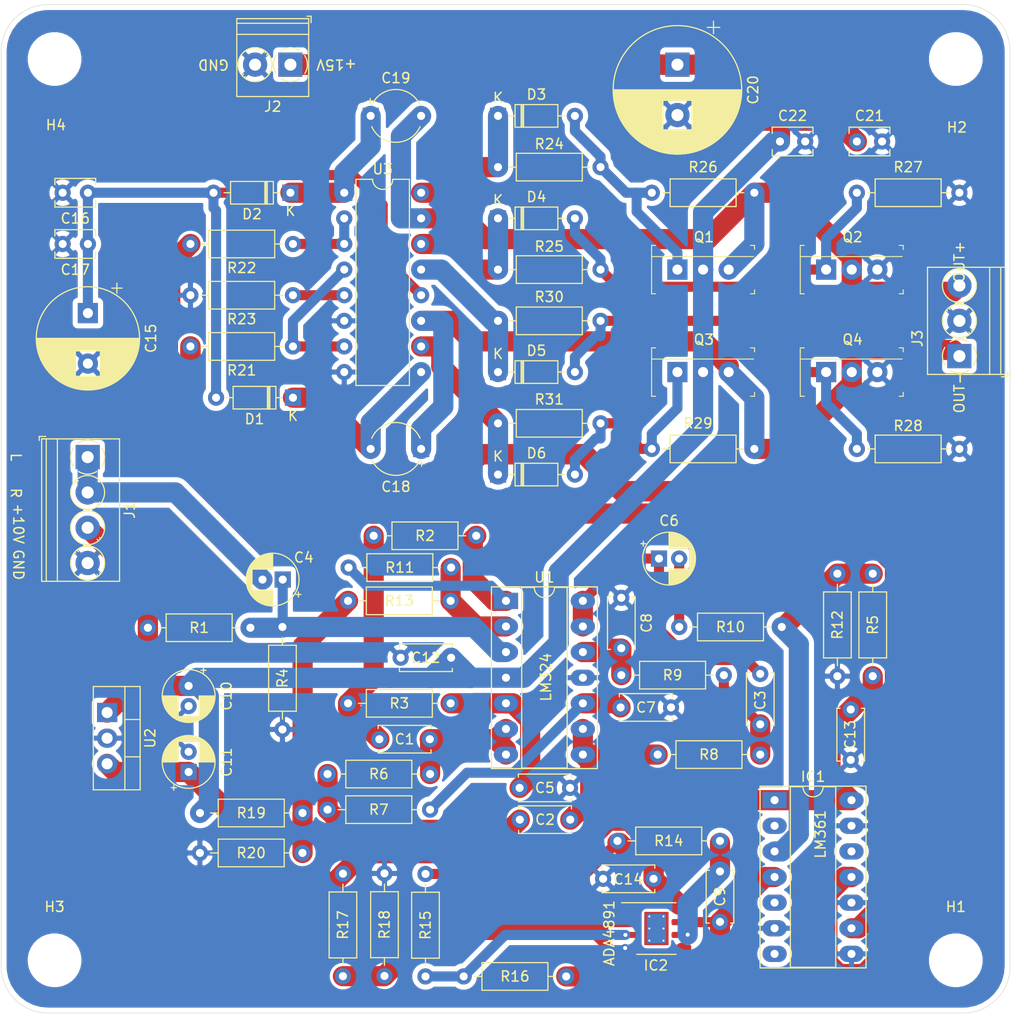
<source format=kicad_pcb>
(kicad_pcb (version 20171130) (host pcbnew "(5.1.10-1-10_14)")
  (layers (0 F.Cu signal) (31 B.Cu signal) (34 B.Paste user) (35 F.Paste user) (36 B.SilkS user) (37 F.SilkS user) (38 B.Mask user) (39 F.Mask user) (44 Edge.Cuts user))
  (net 0 "")
  (net 1 Input)
  (net 2 "Net-(C1-Pad1)")
  (net 3 GND)
  (net 4 Vcc)
  (net 5 +5V)
  (net 6 "Net-(C4-Pad1)")
  (net 7 "Net-(C5-Pad1)")
  (net 8 "Net-(C7-Pad2)")
  (net 9 "Net-(C8-Pad2)")
  (net 10 "Net-(C18-Pad2)")
  (net 11 "Net-(C19-Pad1)")
  (net 12 "Net-(D3-Pad2)")
  (net 13 "/Power stage/BHO")
  (net 14 "Net-(D4-Pad2)")
  (net 15 "/Power stage/BLO")
  (net 16 "Net-(D5-Pad2)")
  (net 17 "/Power stage/ALO")
  (net 18 "Net-(D6-Pad2)")
  (net 19 "/Power stage/AHO")
  (net 20 Vref)
  (net 21 filterOut)
  (net 22 Bias)
  (net 23 "Net-(R21-Pad1)")
  (net 24 "Net-(R22-Pad1)")
  (net 25 "Net-(R23-Pad1)")
  (net 26 OUT-)
  (net 27 OUT+)
  (net 28 +10V)
  (net 29 "Net-(C1-Pad2)")
  (net 30 "Net-(C2-Pad2)")
  (net 31 "Net-(C3-Pad1)")
  (net 32 "Net-(C3-Pad2)")
  (net 33 "Net-(C9-Pad1)")
  (net 34 "Net-(C9-Pad2)")
  (net 35 "Net-(IC2-Pad1)")
  (net 36 PWM+)
  (net 37 PWM-)
  (net 38 "Net-(C2-Pad1)")
  (net 39 "Net-(C6-Pad2)")
  (net 40 "Net-(IC1-Pad2)")
  (net 41 "Net-(IC1-Pad5)")
  (net 42 "Net-(IC1-Pad12)")
  (net 43 "Net-(IC1-Pad7)")
  (net 44 "Net-(IC2-Pad3)")
  (net 45 "Net-(R11-Pad1)")
  (net 46 "Net-(R11-Pad2)")
  (module TerminalBlock_Phoenix:TerminalBlock_Phoenix_PT-1,5-3-3.5-H_1x03_P3.50mm_Horizontal (layer F.Cu) (at 147.32 79.7 90)
    (fp_text reference J3 (at 1.75 -4.16 90) (layer F.SilkS))
    (fp_text value "Audio OUTPUT")
    (pad 3 thru_hole circle (at 7 0 90) (size 2.4 2.4) (drill 1.2) (layers *.Cu *.Mask) (net 27 OUT+))
    (pad 2 thru_hole circle (at 3.5 0 90) (size 2.4 2.4) (drill 1.2) (layers *.Cu *.Mask) (net 3 GND))
    (pad 1 thru_hole rect (at 0 0 90) (size 2.4 2.4) (drill 1.2) (layers *.Cu *.Mask) (net 26 OUT-))
  )
  (module Capacitor_THT:CP_Radial_D5.0mm_P2.00mm (layer F.Cu) (at 117.5512 99.7712)
    (fp_text reference C6 (at 1 -3.75) (layer F.SilkS))
    (fp_text value 100u)
    (pad 2 thru_hole circle (at 2 0) (size 1.6 1.6) (drill 0.8) (layers *.Cu *.Mask) (net 39 "Net-(C6-Pad2)"))
    (pad 1 thru_hole rect (at 0 0) (size 1.6 1.6) (drill 0.8) (layers *.Cu *.Mask) (net 31 "Net-(C3-Pad1)"))
  )
  (module Resistor_THT:R_Axial_DIN0207_L6.3mm_D2.5mm_P10.16mm_Horizontal (layer F.Cu) (at 119.5578 106.553)
    (fp_text reference R10 (at 5.08 0) (layer F.SilkS))
    (fp_text value 10k)
    (pad 2 thru_hole oval (at 10.16 0) (size 1.6 1.6) (drill 0.8) (layers *.Cu *.Mask) (net 21 filterOut))
    (pad 1 thru_hole circle (at 0 0) (size 1.6 1.6) (drill 0.8) (layers *.Cu *.Mask) (net 39 "Net-(C6-Pad2)"))
  )
  (module TerminalBlock_Phoenix:TerminalBlock_Phoenix_PT-1,5-4-3.5-H_1x04_P3.50mm_Horizontal (layer F.Cu) (at 60.9346 89.7128 270)
    (fp_text reference J1 (at 5.25 -4.16 90) (layer F.SilkS))
    (fp_text value Screw_Terminal_01x04)
    (pad 4 thru_hole circle (at 10.5 0 270) (size 2.4 2.4) (drill 1.2) (layers *.Cu *.Mask) (net 3 GND))
    (pad 3 thru_hole circle (at 7 0 270) (size 2.4 2.4) (drill 1.2) (layers *.Cu *.Mask) (net 4 Vcc))
    (pad 2 thru_hole circle (at 3.5 0 270) (size 2.4 2.4) (drill 1.2) (layers *.Cu *.Mask) (net 1 Input))
    (pad 1 thru_hole rect (at 0 0 270) (size 2.4 2.4) (drill 1.2) (layers *.Cu *.Mask) (net 1 Input))
  )
  (module Package_DIP:DIP-16_W7.62mm (layer F.Cu) (at 86.36 63.5)
    (fp_text reference U3 (at 3.81 -2.33) (layer F.SilkS))
    (fp_text value HIP4082IP)
    (pad 16 thru_hole oval (at 7.62 0) (size 1.6 1.6) (drill 0.8) (layers *.Cu *.Mask) (net 13 "/Power stage/BHO"))
    (pad 8 thru_hole oval (at 0 17.78) (size 1.6 1.6) (drill 0.8) (layers *.Cu *.Mask) (net 3 GND))
    (pad 15 thru_hole oval (at 7.62 2.54) (size 1.6 1.6) (drill 0.8) (layers *.Cu *.Mask) (net 27 OUT+))
    (pad 7 thru_hole oval (at 0 15.24) (size 1.6 1.6) (drill 0.8) (layers *.Cu *.Mask) (net 23 "Net-(R21-Pad1)"))
    (pad 14 thru_hole oval (at 7.62 5.08) (size 1.6 1.6) (drill 0.8) (layers *.Cu *.Mask) (net 15 "/Power stage/BLO"))
    (pad 6 thru_hole oval (at 0 12.7) (size 1.6 1.6) (drill 0.8) (layers *.Cu *.Mask) (net 3 GND))
    (pad 13 thru_hole oval (at 7.62 7.62) (size 1.6 1.6) (drill 0.8) (layers *.Cu *.Mask) (net 17 "/Power stage/ALO"))
    (pad 5 thru_hole oval (at 0 10.16) (size 1.6 1.6) (drill 0.8) (layers *.Cu *.Mask) (net 25 "Net-(R23-Pad1)"))
    (pad 12 thru_hole oval (at 7.62 10.16) (size 1.6 1.6) (drill 0.8) (layers *.Cu *.Mask) (net 28 +10V))
    (pad 4 thru_hole oval (at 0 7.62) (size 1.6 1.6) (drill 0.8) (layers *.Cu *.Mask) (net 23 "Net-(R21-Pad1)"))
    (pad 11 thru_hole oval (at 7.62 12.7) (size 1.6 1.6) (drill 0.8) (layers *.Cu *.Mask) (net 26 OUT-))
    (pad 3 thru_hole oval (at 0 5.08) (size 1.6 1.6) (drill 0.8) (layers *.Cu *.Mask) (net 24 "Net-(R22-Pad1)"))
    (pad 10 thru_hole oval (at 7.62 15.24) (size 1.6 1.6) (drill 0.8) (layers *.Cu *.Mask) (net 19 "/Power stage/AHO"))
    (pad 2 thru_hole oval (at 0 2.54) (size 1.6 1.6) (drill 0.8) (layers *.Cu *.Mask) (net 24 "Net-(R22-Pad1)"))
    (pad 9 thru_hole oval (at 7.62 17.78) (size 1.6 1.6) (drill 0.8) (layers *.Cu *.Mask) (net 10 "Net-(C18-Pad2)"))
    (pad 1 thru_hole rect (at 0 0) (size 1.6 1.6) (drill 0.8) (layers *.Cu *.Mask) (net 11 "Net-(C19-Pad1)"))
  )
  (module Resistor_THT:R_Axial_DIN0207_L6.3mm_D2.5mm_P10.16mm_Horizontal (layer F.Cu) (at 101.6 86.36)
    (fp_text reference R31 (at 5.08 -2.37) (layer F.SilkS))
    (fp_text value CFR-25JR-52-100R)
    (pad 2 thru_hole oval (at 10.16 0) (size 1.6 1.6) (drill 0.8) (layers *.Cu *.Mask) (net 18 "Net-(D6-Pad2)"))
    (pad 1 thru_hole circle (at 0 0) (size 1.6 1.6) (drill 0.8) (layers *.Cu *.Mask) (net 19 "/Power stage/AHO"))
  )
  (module Resistor_THT:R_Axial_DIN0207_L6.3mm_D2.5mm_P10.16mm_Horizontal (layer F.Cu) (at 101.6 76.2)
    (fp_text reference R30 (at 5.08 -2.37) (layer F.SilkS))
    (fp_text value CFR-25JR-52-100R)
    (pad 2 thru_hole oval (at 10.16 0) (size 1.6 1.6) (drill 0.8) (layers *.Cu *.Mask) (net 16 "Net-(D5-Pad2)"))
    (pad 1 thru_hole circle (at 0 0) (size 1.6 1.6) (drill 0.8) (layers *.Cu *.Mask) (net 17 "/Power stage/ALO"))
  )
  (module Resistor_THT:R_Axial_DIN0207_L6.3mm_D2.5mm_P10.16mm_Horizontal (layer F.Cu) (at 127 88.9 180)
    (fp_text reference R29 (at 5.588 2.54) (layer F.SilkS))
    (fp_text value CFR50SJT-52-10K)
    (pad 2 thru_hole oval (at 10.16 0 180) (size 1.6 1.6) (drill 0.8) (layers *.Cu *.Mask) (net 18 "Net-(D6-Pad2)"))
    (pad 1 thru_hole circle (at 0 0 180) (size 1.6 1.6) (drill 0.8) (layers *.Cu *.Mask) (net 26 OUT-))
  )
  (module Resistor_THT:R_Axial_DIN0207_L6.3mm_D2.5mm_P10.16mm_Horizontal (layer F.Cu) (at 147.32 88.9 180)
    (fp_text reference R28 (at 5.08 2.286) (layer F.SilkS))
    (fp_text value CFR50SJT-52-10K)
    (pad 2 thru_hole oval (at 10.16 0 180) (size 1.6 1.6) (drill 0.8) (layers *.Cu *.Mask) (net 16 "Net-(D5-Pad2)"))
    (pad 1 thru_hole circle (at 0 0 180) (size 1.6 1.6) (drill 0.8) (layers *.Cu *.Mask) (net 3 GND))
  )
  (module Resistor_THT:R_Axial_DIN0207_L6.3mm_D2.5mm_P10.16mm_Horizontal (layer F.Cu) (at 147.32 63.5 180)
    (fp_text reference R27 (at 5.08 2.54) (layer F.SilkS))
    (fp_text value CFR50SJT-52-10K)
    (pad 2 thru_hole oval (at 10.16 0 180) (size 1.6 1.6) (drill 0.8) (layers *.Cu *.Mask) (net 14 "Net-(D4-Pad2)"))
    (pad 1 thru_hole circle (at 0 0 180) (size 1.6 1.6) (drill 0.8) (layers *.Cu *.Mask) (net 3 GND))
  )
  (module Resistor_THT:R_Axial_DIN0207_L6.3mm_D2.5mm_P10.16mm_Horizontal (layer F.Cu) (at 127 63.5 180)
    (fp_text reference R26 (at 5.08 2.54) (layer F.SilkS))
    (fp_text value CFR50SJT-52-10K)
    (pad 2 thru_hole oval (at 10.16 0 180) (size 1.6 1.6) (drill 0.8) (layers *.Cu *.Mask) (net 12 "Net-(D3-Pad2)"))
    (pad 1 thru_hole circle (at 0 0 180) (size 1.6 1.6) (drill 0.8) (layers *.Cu *.Mask) (net 27 OUT+))
  )
  (module Resistor_THT:R_Axial_DIN0207_L6.3mm_D2.5mm_P10.16mm_Horizontal (layer F.Cu) (at 111.76 71.12 180)
    (fp_text reference R25 (at 5.08 2.286) (layer F.SilkS))
    (fp_text value CFR-25JR-52-100R)
    (pad 2 thru_hole oval (at 10.16 0 180) (size 1.6 1.6) (drill 0.8) (layers *.Cu *.Mask) (net 15 "/Power stage/BLO"))
    (pad 1 thru_hole circle (at 0 0 180) (size 1.6 1.6) (drill 0.8) (layers *.Cu *.Mask) (net 14 "Net-(D4-Pad2)"))
  )
  (module Resistor_THT:R_Axial_DIN0207_L6.3mm_D2.5mm_P10.16mm_Horizontal (layer F.Cu) (at 111.76 60.96 180)
    (fp_text reference R24 (at 5.08 2.286) (layer F.SilkS))
    (fp_text value CFR-25JR-52-100R)
    (pad 2 thru_hole oval (at 10.16 0 180) (size 1.6 1.6) (drill 0.8) (layers *.Cu *.Mask) (net 13 "/Power stage/BHO"))
    (pad 1 thru_hole circle (at 0 0 180) (size 1.6 1.6) (drill 0.8) (layers *.Cu *.Mask) (net 12 "Net-(D3-Pad2)"))
  )
  (module Resistor_THT:R_Axial_DIN0207_L6.3mm_D2.5mm_P10.16mm_Horizontal (layer F.Cu) (at 81.28 73.66 180)
    (fp_text reference R23 (at 5.08 -2.37) (layer F.SilkS))
    (fp_text value MFP-25BRD52-1K)
    (pad 2 thru_hole oval (at 10.16 0 180) (size 1.6 1.6) (drill 0.8) (layers *.Cu *.Mask) (net 3 GND))
    (pad 1 thru_hole circle (at 0 0 180) (size 1.6 1.6) (drill 0.8) (layers *.Cu *.Mask) (net 25 "Net-(R23-Pad1)"))
  )
  (module Resistor_THT:R_Axial_DIN0207_L6.3mm_D2.5mm_P10.16mm_Horizontal (layer F.Cu) (at 81.28 68.58 180)
    (fp_text reference R22 (at 5.08 -2.37) (layer F.SilkS))
    (fp_text value CFR-25JB-52-470R)
    (pad 2 thru_hole oval (at 10.16 0 180) (size 1.6 1.6) (drill 0.8) (layers *.Cu *.Mask) (net 37 PWM-))
    (pad 1 thru_hole circle (at 0 0 180) (size 1.6 1.6) (drill 0.8) (layers *.Cu *.Mask) (net 24 "Net-(R22-Pad1)"))
  )
  (module Resistor_THT:R_Axial_DIN0207_L6.3mm_D2.5mm_P10.16mm_Horizontal (layer F.Cu) (at 81.28 78.74 180)
    (fp_text reference R21 (at 5.08 -2.37) (layer F.SilkS))
    (fp_text value CFR-25JB-52-470R)
    (pad 2 thru_hole oval (at 10.16 0 180) (size 1.6 1.6) (drill 0.8) (layers *.Cu *.Mask) (net 36 PWM+))
    (pad 1 thru_hole circle (at 0 0 180) (size 1.6 1.6) (drill 0.8) (layers *.Cu *.Mask) (net 23 "Net-(R21-Pad1)"))
  )
  (module digikey-footprints:TO-220-3 (layer F.Cu) (at 134.112 81.28)
    (fp_text reference Q4 (at 2.62 -3.22) (layer F.SilkS))
    (fp_text value IRF530A)
    (pad 3 thru_hole circle (at 5.08 0) (size 2 2) (drill 1) (layers *.Cu *.Mask) (net 3 GND))
    (pad 2 thru_hole circle (at 2.54 0) (size 2 2) (drill 1) (layers *.Cu *.Mask) (net 26 OUT-))
    (pad 1 thru_hole rect (at 0 0) (size 2 2) (drill 1) (layers *.Cu *.Mask) (net 16 "Net-(D5-Pad2)"))
  )
  (module digikey-footprints:TO-220-3 (layer F.Cu) (at 119.38 81.28)
    (fp_text reference Q3 (at 2.62 -3.22) (layer F.SilkS))
    (fp_text value IRF530A)
    (pad 3 thru_hole circle (at 5.08 0) (size 2 2) (drill 1) (layers *.Cu *.Mask) (net 26 OUT-))
    (pad 2 thru_hole circle (at 2.54 0) (size 2 2) (drill 1) (layers *.Cu *.Mask) (net 4 Vcc))
    (pad 1 thru_hole rect (at 0 0) (size 2 2) (drill 1) (layers *.Cu *.Mask) (net 18 "Net-(D6-Pad2)"))
  )
  (module digikey-footprints:TO-220-3 (layer F.Cu) (at 134.112 71.12)
    (fp_text reference Q2 (at 2.62 -3.22) (layer F.SilkS))
    (fp_text value IRF530A)
    (pad 3 thru_hole circle (at 5.08 0) (size 2 2) (drill 1) (layers *.Cu *.Mask) (net 3 GND))
    (pad 2 thru_hole circle (at 2.54 0) (size 2 2) (drill 1) (layers *.Cu *.Mask) (net 27 OUT+))
    (pad 1 thru_hole rect (at 0 0) (size 2 2) (drill 1) (layers *.Cu *.Mask) (net 14 "Net-(D4-Pad2)"))
  )
  (module digikey-footprints:TO-220-3 (layer F.Cu) (at 119.38 71.12)
    (fp_text reference Q1 (at 2.62 -3.22) (layer F.SilkS))
    (fp_text value IRF530A)
    (pad 3 thru_hole circle (at 5.08 0) (size 2 2) (drill 1) (layers *.Cu *.Mask) (net 27 OUT+))
    (pad 2 thru_hole circle (at 2.54 0) (size 2 2) (drill 1) (layers *.Cu *.Mask) (net 4 Vcc))
    (pad 1 thru_hole rect (at 0 0) (size 2 2) (drill 1) (layers *.Cu *.Mask) (net 12 "Net-(D3-Pad2)"))
  )
  (module TerminalBlock_Phoenix:TerminalBlock_Phoenix_PT-1,5-2-3.5-H_1x02_P3.50mm_Horizontal (layer F.Cu) (at 81.026 50.8 180)
    (fp_text reference J2 (at 1.75 -4.16) (layer F.SilkS))
    (fp_text value Amp_Power)
    (pad 2 thru_hole circle (at 3.5 0 180) (size 2.4 2.4) (drill 1.2) (layers *.Cu *.Mask) (net 3 GND))
    (pad 1 thru_hole rect (at 0 0 180) (size 2.4 2.4) (drill 1.2) (layers *.Cu *.Mask) (net 4 Vcc))
  )
  (module MountingHole:MountingHole_4.3mm_M4 (layer F.Cu) (at 57.658 50.2412)
    (fp_text reference H4 (at 0.127 6.5532) (layer F.SilkS))
    (fp_text value MountingHole)
    (pad 1 np_thru_hole circle (at 0 0) (size 4.3 4.3) (drill 4.3) (layers *.Cu *.Mask))
  )
  (module MountingHole:MountingHole_4.3mm_M4 (layer F.Cu) (at 57.658 139.5984)
    (fp_text reference H3 (at 0 -5.3) (layer F.SilkS))
    (fp_text value MountingHole)
    (pad 1 np_thru_hole circle (at 0 0) (size 4.3 4.3) (drill 4.3) (layers *.Cu *.Mask))
  )
  (module MountingHole:MountingHole_4.3mm_M4 (layer F.Cu) (at 146.9644 50.2412)
    (fp_text reference H2 (at 0.1016 6.7818) (layer F.SilkS))
    (fp_text value MountingHole)
    (pad 1 np_thru_hole circle (at 0 0) (size 4.3 4.3) (drill 4.3) (layers *.Cu *.Mask))
  )
  (module MountingHole:MountingHole_4.3mm_M4 (layer F.Cu) (at 146.9644 139.5984)
    (fp_text reference H1 (at 0 -5.3) (layer F.SilkS))
    (fp_text value MountingHole)
    (pad 1 np_thru_hole circle (at 0 0) (size 4.3 4.3) (drill 4.3) (layers *.Cu *.Mask))
  )
  (module Diode_THT:D_DO-35_SOD27_P7.62mm_Horizontal (layer F.Cu) (at 101.6 91.44)
    (fp_text reference D6 (at 3.81 -2.12) (layer F.SilkS))
    (fp_text value 1N4148)
    (fp_text user K (at 0 -1.8) (layer F.SilkS))
    (pad 2 thru_hole oval (at 7.62 0) (size 1.6 1.6) (drill 0.8) (layers *.Cu *.Mask) (net 18 "Net-(D6-Pad2)"))
    (pad 1 thru_hole rect (at 0 0) (size 1.6 1.6) (drill 0.8) (layers *.Cu *.Mask) (net 19 "/Power stage/AHO"))
  )
  (module Diode_THT:D_DO-35_SOD27_P7.62mm_Horizontal (layer F.Cu) (at 101.6 81.28)
    (fp_text reference D5 (at 3.81 -2.12) (layer F.SilkS))
    (fp_text value 1N4148)
    (fp_text user K (at 0 -1.8) (layer F.SilkS))
    (pad 2 thru_hole oval (at 7.62 0) (size 1.6 1.6) (drill 0.8) (layers *.Cu *.Mask) (net 16 "Net-(D5-Pad2)"))
    (pad 1 thru_hole rect (at 0 0) (size 1.6 1.6) (drill 0.8) (layers *.Cu *.Mask) (net 17 "/Power stage/ALO"))
  )
  (module Diode_THT:D_DO-35_SOD27_P7.62mm_Horizontal (layer F.Cu) (at 101.6 66.04)
    (fp_text reference D4 (at 3.81 -2.12) (layer F.SilkS))
    (fp_text value 1N4148)
    (fp_text user K (at 0 -1.8) (layer F.SilkS))
    (pad 2 thru_hole oval (at 7.62 0) (size 1.6 1.6) (drill 0.8) (layers *.Cu *.Mask) (net 14 "Net-(D4-Pad2)"))
    (pad 1 thru_hole rect (at 0 0) (size 1.6 1.6) (drill 0.8) (layers *.Cu *.Mask) (net 15 "/Power stage/BLO"))
  )
  (module Diode_THT:D_DO-35_SOD27_P7.62mm_Horizontal (layer F.Cu) (at 101.6 55.88)
    (fp_text reference D3 (at 3.81 -2.12) (layer F.SilkS))
    (fp_text value 1N4148)
    (fp_text user K (at 0 -1.8) (layer F.SilkS))
    (pad 2 thru_hole oval (at 7.62 0) (size 1.6 1.6) (drill 0.8) (layers *.Cu *.Mask) (net 12 "Net-(D3-Pad2)"))
    (pad 1 thru_hole rect (at 0 0) (size 1.6 1.6) (drill 0.8) (layers *.Cu *.Mask) (net 13 "/Power stage/BHO"))
  )
  (module Diode_THT:D_DO-35_SOD27_P7.62mm_Horizontal (layer F.Cu) (at 81.026 63.5 180)
    (fp_text reference D2 (at 3.81 -2.12) (layer F.SilkS))
    (fp_text value 1N4148)
    (fp_text user K (at 0 -1.8) (layer F.SilkS))
    (pad 2 thru_hole oval (at 7.62 0 180) (size 1.6 1.6) (drill 0.8) (layers *.Cu *.Mask) (net 28 +10V))
    (pad 1 thru_hole rect (at 0 0 180) (size 1.6 1.6) (drill 0.8) (layers *.Cu *.Mask) (net 11 "Net-(C19-Pad1)"))
  )
  (module Diode_THT:D_DO-35_SOD27_P7.62mm_Horizontal (layer F.Cu) (at 81.28 83.82 180)
    (fp_text reference D1 (at 3.81 -2.12) (layer F.SilkS))
    (fp_text value 1N4148)
    (fp_text user K (at 0 -1.8) (layer F.SilkS))
    (pad 2 thru_hole oval (at 7.62 0 180) (size 1.6 1.6) (drill 0.8) (layers *.Cu *.Mask) (net 28 +10V))
    (pad 1 thru_hole rect (at 0 0 180) (size 1.6 1.6) (drill 0.8) (layers *.Cu *.Mask) (net 10 "Net-(C18-Pad2)"))
  )
  (module Capacitor_THT:C_Disc_D3.8mm_W2.6mm_P2.50mm (layer F.Cu) (at 129.54 58.42)
    (fp_text reference C22 (at 1.25 -2.55) (layer F.SilkS))
    (fp_text value K104Z15Y5VE5TL2)
    (pad 2 thru_hole circle (at 2.5 0) (size 1.6 1.6) (drill 0.8) (layers *.Cu *.Mask) (net 3 GND))
    (pad 1 thru_hole circle (at 0 0) (size 1.6 1.6) (drill 0.8) (layers *.Cu *.Mask) (net 4 Vcc))
  )
  (module Capacitor_THT:C_Disc_D3.8mm_W2.6mm_P2.50mm (layer F.Cu) (at 137.16 58.42)
    (fp_text reference C21 (at 1.25 -2.55) (layer F.SilkS))
    (fp_text value C324C106K3R5TA)
    (pad 2 thru_hole circle (at 2.5 0) (size 1.6 1.6) (drill 0.8) (layers *.Cu *.Mask) (net 3 GND))
    (pad 1 thru_hole circle (at 0 0) (size 1.6 1.6) (drill 0.8) (layers *.Cu *.Mask) (net 4 Vcc))
  )
  (module Capacitor_THT:CP_Radial_D12.5mm_P5.00mm (layer F.Cu) (at 119.38 50.8 270)
    (fp_text reference C20 (at 2.5 -7.5 90) (layer F.SilkS))
    (fp_text value EEU-FC1H102L)
    (pad 2 thru_hole circle (at 5 0 270) (size 2.4 2.4) (drill 1.2) (layers *.Cu *.Mask) (net 3 GND))
    (pad 1 thru_hole rect (at 0 0 270) (size 2.4 2.4) (drill 1.2) (layers *.Cu *.Mask) (net 4 Vcc))
  )
  (module Capacitor_THT:CP_Radial_Tantal_D5.0mm_P5.00mm (layer F.Cu) (at 88.98 55.88)
    (fp_text reference C19 (at 2.5 -3.75) (layer F.SilkS))
    (fp_text value ECA-1EM100B)
    (pad 2 thru_hole circle (at 5 0) (size 1.6 1.6) (drill 0.8) (layers *.Cu *.Mask) (net 27 OUT+))
    (pad 1 thru_hole rect (at 0 0) (size 1.6 1.6) (drill 0.8) (layers *.Cu *.Mask) (net 11 "Net-(C19-Pad1)"))
  )
  (module Capacitor_THT:CP_Radial_Tantal_D5.0mm_P5.00mm (layer F.Cu) (at 93.98 88.9 180)
    (fp_text reference C18 (at 2.5 -3.75) (layer F.SilkS))
    (fp_text value ECA-1EM100B)
    (pad 2 thru_hole circle (at 5 0 180) (size 1.6 1.6) (drill 0.8) (layers *.Cu *.Mask) (net 10 "Net-(C18-Pad2)"))
    (pad 1 thru_hole rect (at 0 0 180) (size 1.6 1.6) (drill 0.8) (layers *.Cu *.Mask) (net 26 OUT-))
  )
  (module Capacitor_THT:C_Disc_D3.8mm_W2.6mm_P2.50mm (layer F.Cu) (at 60.96 68.58 180)
    (fp_text reference C17 (at 1.25 -2.55) (layer F.SilkS))
    (fp_text value K104Z15Y5VE5TL2)
    (pad 2 thru_hole circle (at 2.5 0 180) (size 1.6 1.6) (drill 0.8) (layers *.Cu *.Mask) (net 3 GND))
    (pad 1 thru_hole circle (at 0 0 180) (size 1.6 1.6) (drill 0.8) (layers *.Cu *.Mask) (net 28 +10V))
  )
  (module Capacitor_THT:C_Disc_D3.8mm_W2.6mm_P2.50mm (layer F.Cu) (at 60.96 63.5 180)
    (fp_text reference C16 (at 1.25 -2.55) (layer F.SilkS))
    (fp_text value C324C106K3R5TA)
    (pad 2 thru_hole circle (at 2.5 0 180) (size 1.6 1.6) (drill 0.8) (layers *.Cu *.Mask) (net 3 GND))
    (pad 1 thru_hole circle (at 0 0 180) (size 1.6 1.6) (drill 0.8) (layers *.Cu *.Mask) (net 28 +10V))
  )
  (module Capacitor_THT:CP_Radial_D10.0mm_P5.00mm (layer F.Cu) (at 60.96 75.438 270)
    (fp_text reference C15 (at 2.5 -6.25 90) (layer F.SilkS))
    (fp_text value ECE-A1HN101U)
    (pad 2 thru_hole circle (at 5 0 270) (size 2 2) (drill 1) (layers *.Cu *.Mask) (net 3 GND))
    (pad 1 thru_hole rect (at 0 0 270) (size 2 2) (drill 1) (layers *.Cu *.Mask) (net 28 +10V))
  )
  (module Capacitor_THT:CP_Radial_D5.0mm_P2.00mm (layer F.Cu) (at 70.9422 112.395 270)
    (fp_text reference C10 (at 1 -3.75 90) (layer F.SilkS))
    (fp_text value 10u)
    (pad 1 thru_hole rect (at 0 0 270) (size 1.6 1.6) (drill 0.8) (layers *.Cu *.Mask) (net 4 Vcc))
    (pad 2 thru_hole circle (at 2 0 270) (size 1.6 1.6) (drill 0.8) (layers *.Cu *.Mask) (net 3 GND))
  )
  (module Capacitor_THT:CP_Radial_D5.0mm_P2.00mm (layer F.Cu) (at 70.9422 120.9294 90)
    (fp_text reference C11 (at 0.9652 3.7592 90) (layer F.SilkS))
    (fp_text value 10u)
    (pad 2 thru_hole circle (at 2 0 90) (size 1.6 1.6) (drill 0.8) (layers *.Cu *.Mask) (net 3 GND))
    (pad 1 thru_hole rect (at 0 0 90) (size 1.6 1.6) (drill 0.8) (layers *.Cu *.Mask) (net 5 +5V))
  )
  (module Resistor_THT:R_Axial_DIN0207_L6.3mm_D2.5mm_P10.16mm_Horizontal (layer F.Cu) (at 89.281 97.5106)
    (fp_text reference R2 (at 5.08 0) (layer F.SilkS))
    (fp_text value 1.2k)
    (pad 2 thru_hole oval (at 10.16 0) (size 1.6 1.6) (drill 0.8) (layers *.Cu *.Mask) (net 45 "Net-(R11-Pad1)"))
    (pad 1 thru_hole circle (at 0 0) (size 1.6 1.6) (drill 0.8) (layers *.Cu *.Mask) (net 29 "Net-(C1-Pad2)"))
  )
  (module Resistor_THT:R_Axial_DIN0207_L6.3mm_D2.5mm_P10.16mm_Horizontal (layer F.Cu) (at 86.7918 100.6602)
    (fp_text reference R11 (at 5.08 0) (layer F.SilkS))
    (fp_text value 5.6k)
    (pad 2 thru_hole oval (at 10.16 0) (size 1.6 1.6) (drill 0.8) (layers *.Cu *.Mask) (net 46 "Net-(R11-Pad2)"))
    (pad 1 thru_hole circle (at 0 0) (size 1.6 1.6) (drill 0.8) (layers *.Cu *.Mask) (net 45 "Net-(R11-Pad1)"))
  )
  (module Resistor_THT:R_Axial_DIN0207_L6.3mm_D2.5mm_P10.16mm_Horizontal (layer F.Cu) (at 86.741 103.9622)
    (fp_text reference R13 (at 5.08 0) (layer F.SilkS))
    (fp_text value 1.2k)
    (pad 1 thru_hole circle (at 0 0) (size 1.6 1.6) (drill 0.8) (layers *.Cu *.Mask) (net 22 Bias))
    (pad 2 thru_hole oval (at 10.16 0) (size 1.6 1.6) (drill 0.8) (layers *.Cu *.Mask) (net 46 "Net-(R11-Pad2)"))
  )
  (module Resistor_THT:R_Axial_DIN0207_L6.3mm_D2.5mm_P10.16mm_Horizontal (layer F.Cu) (at 113.8174 111.3282)
    (fp_text reference R9 (at 5.08 0) (layer F.SilkS))
    (fp_text value 18k)
    (pad 1 thru_hole circle (at 0 0) (size 1.6 1.6) (drill 0.8) (layers *.Cu *.Mask) (net 9 "Net-(C8-Pad2)"))
    (pad 2 thru_hole oval (at 10.16 0) (size 1.6 1.6) (drill 0.8) (layers *.Cu *.Mask) (net 32 "Net-(C3-Pad2)"))
  )
  (module Capacitor_THT:C_Disc_D5.0mm_W2.5mm_P5.00mm (layer F.Cu) (at 94.8398 117.6782 180)
    (fp_text reference C1 (at 2.5 0) (layer F.SilkS))
    (fp_text value 47n)
    (pad 2 thru_hole circle (at 5 0 180) (size 1.6 1.6) (drill 0.8) (layers *.Cu *.Mask) (net 29 "Net-(C1-Pad2)"))
    (pad 1 thru_hole circle (at 0 0 180) (size 1.6 1.6) (drill 0.8) (layers *.Cu *.Mask) (net 2 "Net-(C1-Pad1)"))
  )
  (module Capacitor_THT:C_Disc_D5.0mm_W2.5mm_P5.00mm (layer F.Cu) (at 103.759 125.6538)
    (fp_text reference C2 (at 2.5 0) (layer F.SilkS))
    (fp_text value 56n)
    (pad 1 thru_hole circle (at 0 0) (size 1.6 1.6) (drill 0.8) (layers *.Cu *.Mask) (net 38 "Net-(C2-Pad1)"))
    (pad 2 thru_hole circle (at 5 0) (size 1.6 1.6) (drill 0.8) (layers *.Cu *.Mask) (net 30 "Net-(C2-Pad2)"))
  )
  (module Capacitor_THT:C_Disc_D5.0mm_W2.5mm_P5.00mm (layer F.Cu) (at 127.5842 111.205 270)
    (fp_text reference C3 (at 2.6124 0 90) (layer F.SilkS))
    (fp_text value 56n)
    (pad 2 thru_hole circle (at 5 0 270) (size 1.6 1.6) (drill 0.8) (layers *.Cu *.Mask) (net 32 "Net-(C3-Pad2)"))
    (pad 1 thru_hole circle (at 0 0 270) (size 1.6 1.6) (drill 0.8) (layers *.Cu *.Mask) (net 31 "Net-(C3-Pad1)"))
  )
  (module Capacitor_THT:CP_Radial_D5.0mm_P2.00mm (layer F.Cu) (at 80.264 101.854 180)
    (fp_text reference C4 (at -2.0828 2.1844) (layer F.SilkS))
    (fp_text value 100u)
    (pad 1 thru_hole rect (at 0 0 180) (size 1.6 1.6) (drill 0.8) (layers *.Cu *.Mask) (net 6 "Net-(C4-Pad1)"))
    (pad 2 thru_hole circle (at 2 0 180) (size 1.6 1.6) (drill 0.8) (layers *.Cu *.Mask) (net 1 Input))
  )
  (module Capacitor_THT:C_Disc_D5.0mm_W2.5mm_P5.00mm (layer F.Cu) (at 103.7374 122.5042)
    (fp_text reference C5 (at 2.5 0) (layer F.SilkS))
    (fp_text value 4.7n)
    (pad 1 thru_hole circle (at 0 0) (size 1.6 1.6) (drill 0.8) (layers *.Cu *.Mask) (net 7 "Net-(C5-Pad1)"))
    (pad 2 thru_hole circle (at 5 0) (size 1.6 1.6) (drill 0.8) (layers *.Cu *.Mask) (net 3 GND))
  )
  (module Capacitor_THT:C_Disc_D5.0mm_W2.5mm_P5.00mm (layer F.Cu) (at 118.745 114.5286 180)
    (fp_text reference C7 (at 2.4892 0) (layer F.SilkS))
    (fp_text value 5.6n)
    (pad 2 thru_hole circle (at 5 0 180) (size 1.6 1.6) (drill 0.8) (layers *.Cu *.Mask) (net 8 "Net-(C7-Pad2)"))
    (pad 1 thru_hole circle (at 0 0 180) (size 1.6 1.6) (drill 0.8) (layers *.Cu *.Mask) (net 3 GND))
  )
  (module Capacitor_THT:C_Disc_D5.0mm_W2.5mm_P5.00mm (layer F.Cu) (at 113.8174 103.6574 270)
    (fp_text reference C8 (at 2.5 -2.5 90) (layer F.SilkS))
    (fp_text value 5.6n)
    (pad 1 thru_hole circle (at 0 0 270) (size 1.6 1.6) (drill 0.8) (layers *.Cu *.Mask) (net 3 GND))
    (pad 2 thru_hole circle (at 5 0 270) (size 1.6 1.6) (drill 0.8) (layers *.Cu *.Mask) (net 9 "Net-(C8-Pad2)"))
  )
  (module Capacitor_THT:C_Disc_D5.0mm_W2.5mm_P5.00mm (layer F.Cu) (at 123.5964 135.7884 90)
    (fp_text reference C9 (at 2.5 0 90) (layer F.SilkS))
    (fp_text value 4.7n)
    (pad 1 thru_hole circle (at 0 0 90) (size 1.6 1.6) (drill 0.8) (layers *.Cu *.Mask) (net 33 "Net-(C9-Pad1)"))
    (pad 2 thru_hole circle (at 5 0 90) (size 1.6 1.6) (drill 0.8) (layers *.Cu *.Mask) (net 34 "Net-(C9-Pad2)"))
  )
  (module Package_DIP:DIP-14_W7.62mm_Socket_LongPads (layer F.Cu) (at 129.0066 123.7234)
    (fp_text reference IC1 (at 3.81 -2.33) (layer F.SilkS))
    (fp_text value LM361N_NOPB)
    (pad 1 thru_hole rect (at 0 0) (size 2.4 1.6) (drill 0.8) (layers *.Cu *.Mask) (net 5 +5V))
    (pad 8 thru_hole oval (at 7.62 15.24) (size 2.4 1.6) (drill 0.8) (layers *.Cu *.Mask) (net 3 GND))
    (pad 2 thru_hole oval (at 0 2.54) (size 2.4 1.6) (drill 0.8) (layers *.Cu *.Mask) (net 40 "Net-(IC1-Pad2)"))
    (pad 9 thru_hole oval (at 7.62 12.7) (size 2.4 1.6) (drill 0.8) (layers *.Cu *.Mask) (net 37 PWM-))
    (pad 3 thru_hole oval (at 0 5.08) (size 2.4 1.6) (drill 0.8) (layers *.Cu *.Mask) (net 21 filterOut))
    (pad 10 thru_hole oval (at 7.62 10.16) (size 2.4 1.6) (drill 0.8) (layers *.Cu *.Mask) (net 3 GND))
    (pad 4 thru_hole oval (at 0 7.62) (size 2.4 1.6) (drill 0.8) (layers *.Cu *.Mask) (net 33 "Net-(C9-Pad1)"))
    (pad 11 thru_hole oval (at 7.62 7.62) (size 2.4 1.6) (drill 0.8) (layers *.Cu *.Mask) (net 36 PWM+))
    (pad 5 thru_hole oval (at 0 10.16) (size 2.4 1.6) (drill 0.8) (layers *.Cu *.Mask) (net 41 "Net-(IC1-Pad5)"))
    (pad 12 thru_hole oval (at 7.62 5.08) (size 2.4 1.6) (drill 0.8) (layers *.Cu *.Mask) (net 42 "Net-(IC1-Pad12)"))
    (pad 6 thru_hole oval (at 0 12.7) (size 2.4 1.6) (drill 0.8) (layers *.Cu *.Mask) (net 3 GND))
    (pad 13 thru_hole oval (at 7.62 2.54) (size 2.4 1.6) (drill 0.8) (layers *.Cu *.Mask) (net 3 GND))
    (pad 7 thru_hole oval (at 0 15.24) (size 2.4 1.6) (drill 0.8) (layers *.Cu *.Mask) (net 43 "Net-(IC1-Pad7)"))
    (pad 14 thru_hole oval (at 7.62 0) (size 2.4 1.6) (drill 0.8) (layers *.Cu *.Mask) (net 5 +5V))
  )
  (module Package_SO:SOIC-8-1EP_3.9x4.9mm_P1.27mm_EP2.41x3.3mm_ThermalVias (layer F.Cu) (at 117.2972 136.4488)
    (fp_text reference IC2 (at -0.0508 3.6576) (layer F.SilkS))
    (fp_text value ADA4891-2ARMZ-R7)
    (pad 1 smd roundrect (at -2.475 -1.905) (size 1.95 0.6) (layers F.Cu F.Paste F.Mask) (net 35 "Net-(IC2-Pad1)"))
    (pad 2 smd roundrect (at -2.475 -0.635) (size 1.95 0.6) (layers F.Cu F.Paste F.Mask) (net 20 Vref))
    (pad 3 smd roundrect (at -2.475 0.635) (size 1.95 0.6) (layers F.Cu F.Paste F.Mask) (net 44 "Net-(IC2-Pad3)"))
    (pad 4 smd roundrect (at -2.475 1.905) (size 1.95 0.6) (layers F.Cu F.Paste F.Mask) (net 3 GND))
    (pad 5 smd roundrect (at 2.475 1.905) (size 1.95 0.6) (layers F.Cu F.Paste F.Mask) (net 20 Vref))
    (pad 6 smd roundrect (at 2.475 0.635) (size 1.95 0.6) (layers F.Cu F.Paste F.Mask) (net 34 "Net-(C9-Pad2)"))
    (pad 7 smd roundrect (at 2.475 -0.635) (size 1.95 0.6) (layers F.Cu F.Paste F.Mask) (net 33 "Net-(C9-Pad1)"))
    (pad 8 smd roundrect (at 2.475 -1.905) (size 1.95 0.6) (layers F.Cu F.Paste F.Mask) (net 5 +5V))
    (pad 9 smd rect (at 0 0) (size 2.41 3.3) (layers F.Cu F.Mask))
    (pad 9 thru_hole circle (at -0.7 -1.2) (size 0.5 0.5) (drill 0.2) (layers *.Cu))
    (pad 9 thru_hole circle (at 0.7 -1.2) (size 0.5 0.5) (drill 0.2) (layers *.Cu))
    (pad 9 thru_hole circle (at -0.7 0) (size 0.5 0.5) (drill 0.2) (layers *.Cu))
    (pad 9 thru_hole circle (at 0.7 0) (size 0.5 0.5) (drill 0.2) (layers *.Cu))
    (pad 9 thru_hole circle (at -0.7 1.2) (size 0.5 0.5) (drill 0.2) (layers *.Cu))
    (pad 9 thru_hole circle (at 0.7 1.2) (size 0.5 0.5) (drill 0.2) (layers *.Cu))
    (pad 9 smd rect (at 0 0) (size 1.9 2.9) (layers B.Cu))
  )
  (module Resistor_THT:R_Axial_DIN0207_L6.3mm_D2.5mm_P10.16mm_Horizontal (layer F.Cu) (at 66.9036 106.6292)
    (fp_text reference R1 (at 5.08 0) (layer F.SilkS))
    (fp_text value 10k)
    (pad 2 thru_hole oval (at 10.16 0) (size 1.6 1.6) (drill 0.8) (layers *.Cu *.Mask) (net 6 "Net-(C4-Pad1)"))
    (pad 1 thru_hole circle (at 0 0) (size 1.6 1.6) (drill 0.8) (layers *.Cu *.Mask) (net 4 Vcc))
  )
  (module Resistor_THT:R_Axial_DIN0207_L6.3mm_D2.5mm_P10.16mm_Horizontal (layer F.Cu) (at 96.901 114.1222 180)
    (fp_text reference R3 (at 5.08 0) (layer F.SilkS))
    (fp_text value 8.2k)
    (pad 1 thru_hole circle (at 0 0 180) (size 1.6 1.6) (drill 0.8) (layers *.Cu *.Mask) (net 7 "Net-(C5-Pad1)"))
    (pad 2 thru_hole oval (at 10.16 0 180) (size 1.6 1.6) (drill 0.8) (layers *.Cu *.Mask) (net 29 "Net-(C1-Pad2)"))
  )
  (module Resistor_THT:R_Axial_DIN0207_L6.3mm_D2.5mm_P10.16mm_Horizontal (layer F.Cu) (at 80.2386 106.553 270)
    (fp_text reference R4 (at 5.08 0 90) (layer F.SilkS))
    (fp_text value 1k)
    (pad 1 thru_hole circle (at 0 0 270) (size 1.6 1.6) (drill 0.8) (layers *.Cu *.Mask) (net 6 "Net-(C4-Pad1)"))
    (pad 2 thru_hole oval (at 10.16 0 270) (size 1.6 1.6) (drill 0.8) (layers *.Cu *.Mask) (net 3 GND))
  )
  (module Resistor_THT:R_Axial_DIN0207_L6.3mm_D2.5mm_P10.16mm_Horizontal (layer F.Cu) (at 138.7348 111.4298 90)
    (fp_text reference R5 (at 5.08 0 90) (layer F.SilkS))
    (fp_text value 10k)
    (pad 2 thru_hole oval (at 10.16 0 90) (size 1.6 1.6) (drill 0.8) (layers *.Cu *.Mask) (net 21 filterOut))
    (pad 1 thru_hole circle (at 0 0 90) (size 1.6 1.6) (drill 0.8) (layers *.Cu *.Mask) (net 5 +5V))
  )
  (module Resistor_THT:R_Axial_DIN0207_L6.3mm_D2.5mm_P10.16mm_Horizontal (layer F.Cu) (at 84.709 121.1326)
    (fp_text reference R6 (at 5.08 0) (layer F.SilkS))
    (fp_text value 680)
    (pad 2 thru_hole oval (at 10.16 0) (size 1.6 1.6) (drill 0.8) (layers *.Cu *.Mask) (net 2 "Net-(C1-Pad1)"))
    (pad 1 thru_hole circle (at 0 0) (size 1.6 1.6) (drill 0.8) (layers *.Cu *.Mask) (net 38 "Net-(C2-Pad1)"))
  )
  (module Resistor_THT:R_Axial_DIN0207_L6.3mm_D2.5mm_P10.16mm_Horizontal (layer F.Cu) (at 94.869 124.6632 180)
    (fp_text reference R7 (at 5.08 0) (layer F.SilkS))
    (fp_text value 15k)
    (pad 1 thru_hole circle (at 0 0 180) (size 1.6 1.6) (drill 0.8) (layers *.Cu *.Mask) (net 8 "Net-(C7-Pad2)"))
    (pad 2 thru_hole oval (at 10.16 0 180) (size 1.6 1.6) (drill 0.8) (layers *.Cu *.Mask) (net 38 "Net-(C2-Pad1)"))
  )
  (module Resistor_THT:R_Axial_DIN0207_L6.3mm_D2.5mm_P10.16mm_Horizontal (layer F.Cu) (at 127.5842 119.2022 180)
    (fp_text reference R8 (at 5.08 0) (layer F.SilkS))
    (fp_text value 560)
    (pad 1 thru_hole circle (at 0 0 180) (size 1.6 1.6) (drill 0.8) (layers *.Cu *.Mask) (net 32 "Net-(C3-Pad2)"))
    (pad 2 thru_hole oval (at 10.16 0 180) (size 1.6 1.6) (drill 0.8) (layers *.Cu *.Mask) (net 30 "Net-(C2-Pad2)"))
  )
  (module Resistor_THT:R_Axial_DIN0207_L6.3mm_D2.5mm_P10.16mm_Horizontal (layer F.Cu) (at 135.2296 101.2698 270)
    (fp_text reference R12 (at 5.08 0 90) (layer F.SilkS))
    (fp_text value 10k)
    (pad 2 thru_hole oval (at 10.16 0 270) (size 1.6 1.6) (drill 0.8) (layers *.Cu *.Mask) (net 3 GND))
    (pad 1 thru_hole circle (at 0 0 270) (size 1.6 1.6) (drill 0.8) (layers *.Cu *.Mask) (net 21 filterOut))
  )
  (module Resistor_THT:R_Axial_DIN0207_L6.3mm_D2.5mm_P10.16mm_Horizontal (layer F.Cu) (at 123.5964 127.762 180)
    (fp_text reference R14 (at 5.08 0) (layer F.SilkS))
    (fp_text value 1k)
    (pad 1 thru_hole circle (at 0 0 180) (size 1.6 1.6) (drill 0.8) (layers *.Cu *.Mask) (net 34 "Net-(C9-Pad2)"))
    (pad 2 thru_hole oval (at 10.16 0 180) (size 1.6 1.6) (drill 0.8) (layers *.Cu *.Mask) (net 35 "Net-(IC2-Pad1)"))
  )
  (module Resistor_THT:R_Axial_DIN0207_L6.3mm_D2.5mm_P10.16mm_Horizontal (layer F.Cu) (at 94.4118 141.1986 90)
    (fp_text reference R15 (at 5.08 0 90) (layer F.SilkS))
    (fp_text value 10k)
    (pad 1 thru_hole circle (at 0 0 90) (size 1.6 1.6) (drill 0.8) (layers *.Cu *.Mask) (net 44 "Net-(IC2-Pad3)"))
    (pad 2 thru_hole oval (at 10.16 0 90) (size 1.6 1.6) (drill 0.8) (layers *.Cu *.Mask) (net 35 "Net-(IC2-Pad1)"))
  )
  (module Resistor_THT:R_Axial_DIN0207_L6.3mm_D2.5mm_P10.16mm_Horizontal (layer F.Cu) (at 108.3564 141.1986 180)
    (fp_text reference R16 (at 5.08 0) (layer F.SilkS))
    (fp_text value 8.2k)
    (pad 2 thru_hole oval (at 10.16 0 180) (size 1.6 1.6) (drill 0.8) (layers *.Cu *.Mask) (net 44 "Net-(IC2-Pad3)"))
    (pad 1 thru_hole circle (at 0 0 180) (size 1.6 1.6) (drill 0.8) (layers *.Cu *.Mask) (net 33 "Net-(C9-Pad1)"))
  )
  (module Resistor_THT:R_Axial_DIN0207_L6.3mm_D2.5mm_P10.16mm_Horizontal (layer F.Cu) (at 86.233 131.0132 270)
    (fp_text reference R17 (at 5.08 0 90) (layer F.SilkS))
    (fp_text value 10k)
    (pad 2 thru_hole oval (at 10.16 0 270) (size 1.6 1.6) (drill 0.8) (layers *.Cu *.Mask) (net 20 Vref))
    (pad 1 thru_hole circle (at 0 0 270) (size 1.6 1.6) (drill 0.8) (layers *.Cu *.Mask) (net 5 +5V))
  )
  (module Resistor_THT:R_Axial_DIN0207_L6.3mm_D2.5mm_P10.16mm_Horizontal (layer F.Cu) (at 90.3478 141.1478 90)
    (fp_text reference R18 (at 5.08 0 90) (layer F.SilkS))
    (fp_text value 10k)
    (pad 1 thru_hole circle (at 0 0 90) (size 1.6 1.6) (drill 0.8) (layers *.Cu *.Mask) (net 20 Vref))
    (pad 2 thru_hole oval (at 10.16 0 90) (size 1.6 1.6) (drill 0.8) (layers *.Cu *.Mask) (net 3 GND))
  )
  (module Package_DIP:DIP-14_W7.62mm_Socket_LongPads (layer F.Cu) (at 102.3874 103.9622)
    (fp_text reference U1 (at 3.81 -2.33) (layer F.SilkS))
    (fp_text value LM324)
    (pad 14 thru_hole oval (at 7.62 0) (size 2.4 1.6) (drill 0.8) (layers *.Cu *.Mask) (net 31 "Net-(C3-Pad1)"))
    (pad 7 thru_hole oval (at 0 15.24) (size 2.4 1.6) (drill 0.8) (layers *.Cu *.Mask) (net 2 "Net-(C1-Pad1)"))
    (pad 13 thru_hole oval (at 7.62 2.54) (size 2.4 1.6) (drill 0.8) (layers *.Cu *.Mask) (net 31 "Net-(C3-Pad1)"))
    (pad 6 thru_hole oval (at 0 12.7) (size 2.4 1.6) (drill 0.8) (layers *.Cu *.Mask) (net 2 "Net-(C1-Pad1)"))
    (pad 12 thru_hole oval (at 7.62 5.08) (size 2.4 1.6) (drill 0.8) (layers *.Cu *.Mask) (net 9 "Net-(C8-Pad2)"))
    (pad 5 thru_hole oval (at 0 10.16) (size 2.4 1.6) (drill 0.8) (layers *.Cu *.Mask) (net 7 "Net-(C5-Pad1)"))
    (pad 11 thru_hole oval (at 7.62 7.62) (size 2.4 1.6) (drill 0.8) (layers *.Cu *.Mask) (net 3 GND))
    (pad 4 thru_hole oval (at 0 7.62) (size 2.4 1.6) (drill 0.8) (layers *.Cu *.Mask) (net 4 Vcc))
    (pad 10 thru_hole oval (at 7.62 10.16) (size 2.4 1.6) (drill 0.8) (layers *.Cu *.Mask) (net 8 "Net-(C7-Pad2)"))
    (pad 3 thru_hole oval (at 0 5.08) (size 2.4 1.6) (drill 0.8) (layers *.Cu *.Mask) (net 6 "Net-(C4-Pad1)"))
    (pad 9 thru_hole oval (at 7.62 12.7) (size 2.4 1.6) (drill 0.8) (layers *.Cu *.Mask) (net 30 "Net-(C2-Pad2)"))
    (pad 2 thru_hole oval (at 0 2.54) (size 2.4 1.6) (drill 0.8) (layers *.Cu *.Mask) (net 46 "Net-(R11-Pad2)"))
    (pad 8 thru_hole oval (at 7.62 15.24) (size 2.4 1.6) (drill 0.8) (layers *.Cu *.Mask) (net 30 "Net-(C2-Pad2)"))
    (pad 1 thru_hole rect (at 0 0) (size 2.4 1.6) (drill 0.8) (layers *.Cu *.Mask) (net 45 "Net-(R11-Pad1)"))
  )
  (module Package_TO_SOT_THT:TO-220-3_Vertical (layer F.Cu) (at 62.865 115.0366 270)
    (fp_text reference U2 (at 2.54 -4.27 90) (layer F.SilkS))
    (fp_text value LM7805_TO220)
    (pad 1 thru_hole rect (at 0 0 270) (size 1.905 2) (drill 1.1) (layers *.Cu *.Mask) (net 4 Vcc))
    (pad 2 thru_hole oval (at 2.54 0 270) (size 1.905 2) (drill 1.1) (layers *.Cu *.Mask) (net 3 GND))
    (pad 3 thru_hole oval (at 5.08 0 270) (size 1.905 2) (drill 1.1) (layers *.Cu *.Mask) (net 5 +5V))
  )
  (module Resistor_THT:R_Axial_DIN0207_L6.3mm_D2.5mm_P10.16mm_Horizontal (layer F.Cu) (at 72.068001 124.994401)
    (fp_text reference R19 (at 5.08 -0.001001) (layer F.SilkS))
    (fp_text value 10k)
    (pad 2 thru_hole oval (at 10.16 0) (size 1.6 1.6) (drill 0.8) (layers *.Cu *.Mask) (net 22 Bias))
    (pad 1 thru_hole circle (at 0 0) (size 1.6 1.6) (drill 0.8) (layers *.Cu *.Mask) (net 4 Vcc))
  )
  (module Resistor_THT:R_Axial_DIN0207_L6.3mm_D2.5mm_P10.16mm_Horizontal (layer F.Cu) (at 82.2198 128.9558 180)
    (fp_text reference R20 (at 5.08 0) (layer F.SilkS))
    (fp_text value 1k)
    (pad 1 thru_hole circle (at 0 0 180) (size 1.6 1.6) (drill 0.8) (layers *.Cu *.Mask) (net 22 Bias))
    (pad 2 thru_hole oval (at 10.16 0 180) (size 1.6 1.6) (drill 0.8) (layers *.Cu *.Mask) (net 3 GND))
  )
  (module Capacitor_THT:C_Disc_D5.0mm_W2.5mm_P5.00mm (layer F.Cu) (at 96.9518 109.601 180)
    (fp_text reference C12 (at 2.5 0) (layer F.SilkS))
    (fp_text value 100nF)
    (pad 1 thru_hole circle (at 0 0 180) (size 1.6 1.6) (drill 0.8) (layers *.Cu *.Mask) (net 4 Vcc))
    (pad 2 thru_hole circle (at 5 0 180) (size 1.6 1.6) (drill 0.8) (layers *.Cu *.Mask) (net 3 GND))
  )
  (module Capacitor_THT:C_Disc_D5.0mm_W2.5mm_P5.00mm (layer F.Cu) (at 136.5504 114.7318 270)
    (fp_text reference C13 (at 2.4892 0.0508 90) (layer F.SilkS))
    (fp_text value 100nF)
    (pad 2 thru_hole circle (at 5 0 270) (size 1.6 1.6) (drill 0.8) (layers *.Cu *.Mask) (net 3 GND))
    (pad 1 thru_hole circle (at 0 0 270) (size 1.6 1.6) (drill 0.8) (layers *.Cu *.Mask) (net 5 +5V))
  )
  (module Capacitor_THT:C_Disc_D5.0mm_W2.5mm_P5.00mm (layer F.Cu) (at 117.014 131.5212 180)
    (fp_text reference C14 (at 2.5108 -0.0508) (layer F.SilkS))
    (fp_text value 100nF)
    (pad 1 thru_hole circle (at 0 0 180) (size 1.6 1.6) (drill 0.8) (layers *.Cu *.Mask) (net 5 +5V))
    (pad 2 thru_hole circle (at 5 0 180) (size 1.6 1.6) (drill 0.8) (layers *.Cu *.Mask) (net 3 GND))
  )
  (gr_line (start 56.9904 144.826) (end 147.7192 144.826) (layer Edge.Cuts) (width 0.05))
  (gr_line (start 152.342 140.2032) (end 152.342 49.4744) (layer Edge.Cuts) (width 0.05))
  (gr_line (start 147.7192 44.8516) (end 56.9904 44.8516) (layer Edge.Cuts) (width 0.05))
  (gr_arc (start 56.9904 49.4744) (end 56.9904 44.8516) (angle -90) (layer Edge.Cuts) (width 0.05))
  (gr_arc (start 56.9904 140.2032) (end 52.3676 140.2032) (angle -90) (layer Edge.Cuts) (width 0.05))
  (gr_arc (start 147.7192 140.2032) (end 147.7192 144.826) (angle -90) (layer Edge.Cuts) (width 0.05))
  (gr_arc (start 147.7192 49.4744) (end 152.342 49.4744) (angle -90) (layer Edge.Cuts) (width 0.05))
  (gr_line (start 52.3676 49.4744) (end 52.3676 140.2032) (layer Edge.Cuts) (width 0.05))
  (gr_text L (at 53.8226 89.7128 270) (layer F.SilkS) (effects (font (size 1 1))))
  (gr_text R (at 53.8226 93.2688 270) (layer F.SilkS) (effects (font (size 1 1))))
  (gr_text +10V (at 54.0766 96.3168 270) (layer F.SilkS) (effects (font (size 1 1))))
  (gr_text GND (at 54.0766 100.3808 270) (layer F.SilkS) (effects (font (size 1 1))))
  (gr_text GND (at 73.406 50.8 180) (layer F.SilkS) (effects (font (size 1 1))))
  (gr_text +15V (at 85.598 50.8 180) (layer F.SilkS) (effects (font (size 1 1))))
  (gr_text OUT- (at 147.32 83.312 90) (layer F.SilkS) (effects (font (size 1 1))))
  (gr_text OUT+ (at 147.32 70.358 90) (layer F.SilkS) (effects (font (size 1 1))))
  (gr_text ADA4891 (at 112.6236 136.906 90) (layer F.SilkS) (effects (font (size 1 1))))
  (gr_text LM361 (at 133.5532 127.1016 90) (layer F.SilkS) (effects (font (size 1 1))))
  (gr_text LM324 (at 106.3498 111.5314 90) (layer F.SilkS) (effects (font (size 1 1))))
  (segment (start 60.9346 89.7128) (end 60.9346 93.2128) (width 2) (layer B.Cu) (net 1))
  (segment (start 69.6228 93.2128) (end 78.264 101.854) (width 2) (layer B.Cu) (net 1))
  (segment (start 60.9346 93.2128) (end 69.6228 93.2128) (width 2) (layer B.Cu) (net 1))
  (segment (start 94.869 117.7074) (end 94.8398 117.6782) (width 2) (layer F.Cu) (net 2))
  (segment (start 101.3714 117.6782) (end 102.3874 116.6622) (width 2) (layer F.Cu) (net 2))
  (segment (start 94.8398 117.6782) (end 101.3714 117.6782) (width 2) (layer F.Cu) (net 2))
  (segment (start 102.3874 118.6942) (end 101.3714 117.6782) (width 2) (layer F.Cu) (net 2))
  (segment (start 102.3874 119.2022) (end 102.3874 118.6942) (width 2) (layer F.Cu) (net 2))
  (segment (start 94.869 121.1326) (end 94.869 117.7074) (width 2) (layer F.Cu) (net 2))
  (via (at 114.1984 138.3792) (size 0.8) (drill 0.4) (layers F.Cu B.Cu) (net 3))
  (segment (start 60.9346 96.5454) (end 60.9346 96.7128) (width 1) (layer F.Cu) (net 4))
  (segment (start 119.38 50.8) (end 121.7803 50.8) (width 2) (layer F.Cu) (net 4))
  (segment (start 129.54 56.3622) (end 129.54 58.42) (width 2) (layer F.Cu) (net 4))
  (segment (start 121.7803 50.8) (end 127.3425 56.3622) (width 2) (layer F.Cu) (net 4))
  (segment (start 127.3425 56.3622) (end 129.54 56.3622) (width 2) (layer F.Cu) (net 4))
  (segment (start 137.16 58.42) (end 135.1022 56.3622) (width 2) (layer F.Cu) (net 4))
  (segment (start 135.1022 56.3622) (end 129.54 56.3622) (width 2) (layer F.Cu) (net 4))
  (segment (start 121.92 71.12) (end 121.92 65.4412) (width 2) (layer B.Cu) (net 4))
  (segment (start 121.92 65.4412) (end 128.9412 58.42) (width 2) (layer B.Cu) (net 4))
  (segment (start 128.9412 58.42) (end 129.54 58.42) (width 2) (layer B.Cu) (net 4))
  (segment (start 121.92 81.28) (end 121.92 71.12) (width 2) (layer B.Cu) (net 4))
  (segment (start 81.026 50.8) (end 119.38 50.8) (width 2.032) (layer F.Cu) (net 4))
  (segment (start 94.951799 111.601001) (end 96.9518 109.601) (width 2) (layer B.Cu) (net 4))
  (segment (start 90.991799 111.601001) (end 94.951799 111.601001) (width 2) (layer B.Cu) (net 4))
  (segment (start 98.933 111.5822) (end 102.3874 111.5822) (width 2) (layer B.Cu) (net 4))
  (segment (start 96.9518 109.601) (end 98.933 111.5822) (width 2) (layer B.Cu) (net 4))
  (segment (start 98.914199 111.601001) (end 98.933 111.5822) (width 2) (layer B.Cu) (net 4))
  (segment (start 94.951799 111.601001) (end 98.914199 111.601001) (width 2) (layer B.Cu) (net 4))
  (segment (start 65.506601 112.394999) (end 70.9422 112.394999) (width 2) (layer F.Cu) (net 4))
  (segment (start 62.865 115.0366) (end 65.506601 112.394999) (width 2) (layer F.Cu) (net 4))
  (segment (start 72.942201 124.120201) (end 72.068001 124.994401) (width 2) (layer B.Cu) (net 4))
  (segment (start 72.942201 113.434999) (end 72.942201 124.120201) (width 2) (layer B.Cu) (net 4))
  (segment (start 71.902201 112.394999) (end 72.942201 113.434999) (width 2) (layer B.Cu) (net 4))
  (segment (start 70.9422 112.395) (end 71.902201 112.394999) (width 2) (layer B.Cu) (net 4))
  (segment (start 71.736199 111.601001) (end 90.991799 111.601001) (width 2) (layer B.Cu) (net 4))
  (segment (start 70.9422 112.395) (end 71.736199 111.601001) (width 2) (layer B.Cu) (net 4))
  (segment (start 66.9036 110.998) (end 62.865 115.0366) (width 2) (layer F.Cu) (net 4))
  (segment (start 66.9036 106.6292) (end 66.9036 110.998) (width 2) (layer F.Cu) (net 4))
  (segment (start 66.9036 102.6818) (end 66.9036 106.6292) (width 2) (layer F.Cu) (net 4))
  (segment (start 60.9346 96.7128) (end 66.9036 102.6818) (width 2) (layer F.Cu) (net 4))
  (segment (start 104.787401 110.95062) (end 104.155821 111.5822) (width 2) (layer B.Cu) (net 4))
  (segment (start 104.155821 111.5822) (end 102.3874 111.5822) (width 2) (layer B.Cu) (net 4))
  (segment (start 121.92 81.28) (end 121.92 86.780002) (width 2) (layer B.Cu) (net 4))
  (segment (start 107.60739 101.092612) (end 121.92 86.780002) (width 2) (layer B.Cu) (net 4))
  (segment (start 107.60739 108.130631) (end 107.60739 101.092612) (width 2) (layer B.Cu) (net 4))
  (segment (start 104.155821 111.5822) (end 107.60739 108.130631) (width 2) (layer B.Cu) (net 4))
  (segment (start 117.014 131.5212) (end 119.58119 134.08839) (width 2) (layer F.Cu) (net 5))
  (segment (start 119.58119 134.08839) (end 119.7722 134.08839) (width 2) (layer F.Cu) (net 5))
  (segment (start 63.6778 120.9294) (end 70.9422 120.9294) (width 2) (layer F.Cu) (net 5))
  (segment (start 62.865 120.1166) (end 63.6778 120.9294) (width 2) (layer F.Cu) (net 5))
  (segment (start 129.0066 123.7234) (end 136.6266 123.7234) (width 2) (layer F.Cu) (net 5))
  (segment (start 117.014 130.38983) (end 117.014 131.5212) (width 2) (layer F.Cu) (net 5))
  (segment (start 123.68043 123.7234) (end 117.014 130.38983) (width 2) (layer F.Cu) (net 5))
  (segment (start 129.0066 123.7234) (end 123.68043 123.7234) (width 2) (layer F.Cu) (net 5))
  (segment (start 112.525127 125.761999) (end 114.547682 125.761999) (width 2) (layer F.Cu) (net 5))
  (segment (start 109.299327 128.987799) (end 112.525127 125.761999) (width 2) (layer F.Cu) (net 5))
  (segment (start 114.547682 125.761999) (end 117.014 128.228317) (width 2) (layer F.Cu) (net 5))
  (segment (start 88.258401 128.987799) (end 109.299327 128.987799) (width 2) (layer F.Cu) (net 5))
  (segment (start 117.014 128.228317) (end 117.014 131.5212) (width 2) (layer F.Cu) (net 5))
  (segment (start 86.233 131.0132) (end 88.258401 128.987799) (width 2) (layer F.Cu) (net 5))
  (segment (start 81.825999 131.813199) (end 85.433001 131.813199) (width 2) (layer F.Cu) (net 5))
  (segment (start 85.433001 131.813199) (end 86.233 131.0132) (width 2) (layer F.Cu) (net 5))
  (segment (start 70.9422 120.9294) (end 81.825999 131.813199) (width 2) (layer F.Cu) (net 5))
  (segment (start 138.7348 112.5474) (end 136.5504 114.7318) (width 2) (layer F.Cu) (net 5))
  (segment (start 138.7348 111.4298) (end 138.7348 112.5474) (width 2) (layer F.Cu) (net 5))
  (segment (start 134.550399 121.647199) (end 136.6266 123.7234) (width 2) (layer F.Cu) (net 5))
  (segment (start 134.550399 116.731801) (end 134.550399 121.647199) (width 2) (layer F.Cu) (net 5))
  (segment (start 136.5504 114.7318) (end 134.550399 116.731801) (width 2) (layer F.Cu) (net 5))
  (segment (start 101.698959 109.0422) (end 102.3874 109.0422) (width 2) (layer B.Cu) (net 6))
  (segment (start 99.209759 106.553) (end 101.698959 109.0422) (width 2) (layer B.Cu) (net 6))
  (segment (start 80.2386 106.553) (end 99.209759 106.553) (width 2) (layer B.Cu) (net 6))
  (segment (start 80.264 106.5276) (end 80.2386 106.553) (width 1) (layer B.Cu) (net 6))
  (segment (start 80.264 101.854) (end 80.264 106.5276) (width 1) (layer B.Cu) (net 6))
  (segment (start 80.1624 106.6292) (end 80.2386 106.553) (width 2) (layer B.Cu) (net 6))
  (segment (start 77.0636 106.6292) (end 80.1624 106.6292) (width 2) (layer B.Cu) (net 6))
  (segment (start 96.901 114.1222) (end 102.3874 114.1222) (width 2) (layer F.Cu) (net 7))
  (segment (start 104.78741 115.833769) (end 103.075841 114.1222) (width 2) (layer F.Cu) (net 7))
  (segment (start 104.78741 121.45419) (end 104.78741 115.833769) (width 2) (layer F.Cu) (net 7))
  (segment (start 103.075841 114.1222) (end 102.3874 114.1222) (width 2) (layer F.Cu) (net 7))
  (segment (start 103.7374 122.5042) (end 104.78741 121.45419) (width 2) (layer F.Cu) (net 7))
  (segment (start 113.3386 114.1222) (end 113.745 114.5286) (width 2) (layer F.Cu) (net 8))
  (segment (start 110.0074 114.1222) (end 113.3386 114.1222) (width 2) (layer F.Cu) (net 8))
  (segment (start 98.528001 121.004199) (end 94.869 124.6632) (width 1) (layer B.Cu) (net 8))
  (segment (start 103.144067 121.004199) (end 98.528001 121.004199) (width 1) (layer B.Cu) (net 8))
  (segment (start 110.0074 114.140866) (end 103.144067 121.004199) (width 1) (layer B.Cu) (net 8))
  (segment (start 110.0074 114.1222) (end 110.0074 114.140866) (width 1) (layer B.Cu) (net 8))
  (segment (start 112.37939 108.70221) (end 113.8174 108.70221) (width 2) (layer F.Cu) (net 9))
  (segment (start 112.0394 109.0422) (end 112.37939 108.70221) (width 2) (layer F.Cu) (net 9))
  (segment (start 110.0074 109.0422) (end 112.0394 109.0422) (width 2) (layer F.Cu) (net 9))
  (segment (start 111.5314 109.0422) (end 110.0074 109.0422) (width 2) (layer F.Cu) (net 9))
  (segment (start 113.8174 111.3282) (end 113.8174 108.70221) (width 2) (layer F.Cu) (net 9))
  (segment (start 81.28 83.82) (end 83.9 83.82) (width 2) (layer F.Cu) (net 10))
  (segment (start 83.9 83.82) (end 88.98 88.9) (width 2) (layer F.Cu) (net 10))
  (segment (start 88.98 88.9) (end 88.98 86.28) (width 2) (layer B.Cu) (net 10))
  (segment (start 88.98 86.28) (end 93.98 81.28) (width 2) (layer B.Cu) (net 10))
  (segment (start 81.026 63.5) (end 86.36 63.5) (width 2) (layer F.Cu) (net 11))
  (segment (start 86.36 63.5) (end 86.36 61.4997) (width 2) (layer B.Cu) (net 11))
  (segment (start 88.98 55.88) (end 88.98 58.8797) (width 2) (layer B.Cu) (net 11))
  (segment (start 88.98 58.8797) (end 86.36 61.4997) (width 2) (layer B.Cu) (net 11))
  (segment (start 119.38 71.12) (end 119.38 69.4197) (width 1) (layer B.Cu) (net 12))
  (segment (start 115.3397 63.5) (end 114.3 63.5) (width 1) (layer B.Cu) (net 12))
  (segment (start 114.3 63.5) (end 111.76 60.96) (width 1) (layer B.Cu) (net 12))
  (segment (start 119.38 69.4197) (end 115.3397 65.3794) (width 1) (layer B.Cu) (net 12))
  (segment (start 115.3397 65.3794) (end 115.3397 63.5) (width 1) (layer B.Cu) (net 12))
  (segment (start 116.84 63.5) (end 115.3397 63.5) (width 1) (layer B.Cu) (net 12))
  (segment (start 109.22 55.88) (end 109.22 57.3803) (width 1) (layer B.Cu) (net 12))
  (segment (start 109.22 57.3803) (end 111.76 59.9203) (width 1) (layer B.Cu) (net 12))
  (segment (start 111.76 59.9203) (end 111.76 60.96) (width 1) (layer B.Cu) (net 12))
  (segment (start 93.98 63.5) (end 95.9803 63.5) (width 2) (layer F.Cu) (net 13))
  (segment (start 101.6 60.96) (end 98.5203 60.96) (width 2) (layer F.Cu) (net 13))
  (segment (start 98.5203 60.96) (end 95.9803 63.5) (width 2) (layer F.Cu) (net 13))
  (segment (start 101.6 55.88) (end 101.6 60.96) (width 2) (layer B.Cu) (net 13))
  (segment (start 134.112 71.12) (end 132.4117 71.12) (width 1) (layer F.Cu) (net 14))
  (segment (start 111.76 71.12) (end 113.4603 72.8203) (width 1) (layer F.Cu) (net 14))
  (segment (start 113.4603 72.8203) (end 130.7114 72.8203) (width 1) (layer F.Cu) (net 14))
  (segment (start 130.7114 72.8203) (end 132.4117 71.12) (width 1) (layer F.Cu) (net 14))
  (segment (start 137.16 63.5) (end 137.16 65.0003) (width 1) (layer B.Cu) (net 14))
  (segment (start 134.112 71.12) (end 134.112 68.0483) (width 1) (layer B.Cu) (net 14))
  (segment (start 134.112 68.0483) (end 137.16 65.0003) (width 1) (layer B.Cu) (net 14))
  (segment (start 109.22 66.04) (end 109.22 67.5403) (width 1) (layer B.Cu) (net 14))
  (segment (start 109.22 67.5403) (end 111.76 70.0803) (width 1) (layer B.Cu) (net 14))
  (segment (start 111.76 70.0803) (end 111.76 71.12) (width 1) (layer B.Cu) (net 14))
  (segment (start 101.6 71.12) (end 99.5997 71.12) (width 2) (layer F.Cu) (net 15))
  (segment (start 99.5997 71.12) (end 97.0597 68.58) (width 2) (layer F.Cu) (net 15))
  (segment (start 97.0597 68.58) (end 93.98 68.58) (width 2) (layer F.Cu) (net 15))
  (segment (start 101.6 66.04) (end 101.6 71.12) (width 2) (layer B.Cu) (net 15))
  (segment (start 134.112 81.28) (end 132.4117 81.28) (width 1) (layer F.Cu) (net 16))
  (segment (start 132.4117 81.28) (end 127.3317 76.2) (width 1) (layer F.Cu) (net 16))
  (segment (start 127.3317 76.2) (end 111.76 76.2) (width 1) (layer F.Cu) (net 16))
  (segment (start 137.16 88.9) (end 137.16 87.3997) (width 1) (layer B.Cu) (net 16))
  (segment (start 134.112 81.28) (end 134.112 84.3517) (width 1) (layer B.Cu) (net 16))
  (segment (start 134.112 84.3517) (end 137.16 87.3997) (width 1) (layer B.Cu) (net 16))
  (segment (start 111.76 76.2) (end 111.76 77.7003) (width 1) (layer B.Cu) (net 16))
  (segment (start 109.22 81.28) (end 109.22 79.7797) (width 1) (layer B.Cu) (net 16))
  (segment (start 109.22 79.7797) (end 111.2994 77.7003) (width 1) (layer B.Cu) (net 16))
  (segment (start 111.2994 77.7003) (end 111.76 77.7003) (width 1) (layer B.Cu) (net 16))
  (segment (start 101.6 76.2) (end 101.0603 76.2) (width 2) (layer B.Cu) (net 17))
  (segment (start 101.0603 76.2) (end 95.9803 71.12) (width 2) (layer B.Cu) (net 17))
  (segment (start 101.6 81.28) (end 101.6 76.2) (width 2) (layer B.Cu) (net 17))
  (segment (start 93.98 71.12) (end 95.9803 71.12) (width 2) (layer B.Cu) (net 17))
  (segment (start 116.84 88.9) (end 115.3397 88.9) (width 1) (layer F.Cu) (net 18))
  (segment (start 111.76 86.36) (end 113.2603 86.36) (width 1) (layer F.Cu) (net 18))
  (segment (start 115.3397 88.9) (end 115.3397 88.4394) (width 1) (layer F.Cu) (net 18))
  (segment (start 115.3397 88.4394) (end 113.2603 86.36) (width 1) (layer F.Cu) (net 18))
  (segment (start 116.84 88.9) (end 116.84 87.3997) (width 1) (layer B.Cu) (net 18))
  (segment (start 119.38 81.28) (end 119.38 84.8597) (width 1) (layer B.Cu) (net 18))
  (segment (start 119.38 84.8597) (end 116.84 87.3997) (width 1) (layer B.Cu) (net 18))
  (segment (start 111.76 86.36) (end 111.76 87.8603) (width 1) (layer B.Cu) (net 18))
  (segment (start 109.22 91.44) (end 109.22 89.9397) (width 1) (layer B.Cu) (net 18))
  (segment (start 109.22 89.9397) (end 111.2994 87.8603) (width 1) (layer B.Cu) (net 18))
  (segment (start 111.2994 87.8603) (end 111.76 87.8603) (width 1) (layer B.Cu) (net 18))
  (segment (start 93.98 78.74) (end 95.9803 78.74) (width 2) (layer F.Cu) (net 19))
  (segment (start 101.6 86.36) (end 95.9803 80.7403) (width 2) (layer F.Cu) (net 19))
  (segment (start 95.9803 80.7403) (end 95.9803 78.74) (width 2) (layer F.Cu) (net 19))
  (segment (start 101.6 91.44) (end 101.6 86.36) (width 2) (layer B.Cu) (net 19))
  (segment (start 86.233 141.1732) (end 90.3224 141.1732) (width 2) (layer F.Cu) (net 20))
  (segment (start 90.3478 141.1478) (end 94.90886 136.58674) (width 2) (layer F.Cu) (net 20))
  (segment (start 94.90886 136.58674) (end 111.54586 136.58674) (width 2) (layer F.Cu) (net 20))
  (segment (start 112.3188 135.8138) (end 111.54586 136.58674) (width 1) (layer F.Cu) (net 20))
  (segment (start 114.8222 135.8138) (end 112.3188 135.8138) (width 1) (layer F.Cu) (net 20))
  (segment (start 118.646799 139.479201) (end 119.7722 138.3538) (width 1) (layer F.Cu) (net 20))
  (segment (start 113.670399 139.479201) (end 118.646799 139.479201) (width 1) (layer F.Cu) (net 20))
  (segment (start 111.54586 137.354662) (end 113.670399 139.479201) (width 1) (layer F.Cu) (net 20))
  (segment (start 111.54586 136.58674) (end 111.54586 137.354662) (width 1) (layer F.Cu) (net 20))
  (segment (start 135.2296 101.2698) (end 138.7348 101.2698) (width 2) (layer F.Cu) (net 21))
  (segment (start 129.9464 106.553) (end 135.2296 101.2698) (width 2) (layer F.Cu) (net 21))
  (segment (start 129.7178 106.553) (end 129.9464 106.553) (width 2) (layer F.Cu) (net 21))
  (segment (start 131.40661 127.091831) (end 129.695041 128.8034) (width 2) (layer B.Cu) (net 21))
  (segment (start 131.40661 108.24181) (end 131.40661 127.091831) (width 2) (layer B.Cu) (net 21))
  (segment (start 129.695041 128.8034) (end 129.0066 128.8034) (width 2) (layer B.Cu) (net 21))
  (segment (start 129.7178 106.553) (end 131.40661 108.24181) (width 2) (layer B.Cu) (net 21))
  (segment (start 82.238601 124.577401) (end 82.238601 108.464599) (width 2) (layer F.Cu) (net 22))
  (segment (start 82.238601 108.464599) (end 86.741 103.9622) (width 2) (layer F.Cu) (net 22))
  (segment (start 82.228001 128.947599) (end 82.2198 128.9558) (width 2) (layer F.Cu) (net 22))
  (segment (start 82.228001 124.994401) (end 82.228001 128.947599) (width 2) (layer F.Cu) (net 22))
  (segment (start 86.36 71.12) (end 81.28 76.2) (width 1) (layer B.Cu) (net 23))
  (segment (start 81.28 76.2) (end 81.28 78.74) (width 1) (layer B.Cu) (net 23))
  (segment (start 81.28 78.74) (end 86.36 78.74) (width 1) (layer F.Cu) (net 23))
  (segment (start 86.36 66.04) (end 86.36 68.58) (width 1) (layer B.Cu) (net 24))
  (segment (start 81.28 68.58) (end 86.36 68.58) (width 1) (layer F.Cu) (net 24))
  (segment (start 81.28 73.66) (end 86.36 73.66) (width 1) (layer F.Cu) (net 25))
  (segment (start 93.98 76.2) (end 97.0053 76.2) (width 2) (layer F.Cu) (net 26))
  (segment (start 97.0053 76.2) (end 99.0453 78.24) (width 2) (layer F.Cu) (net 26))
  (segment (start 99.0453 78.24) (end 122.002 78.24) (width 2) (layer F.Cu) (net 26))
  (segment (start 122.002 78.24) (end 124.46 80.698) (width 2) (layer F.Cu) (net 26))
  (segment (start 124.46 80.698) (end 124.46 81.28) (width 2) (layer F.Cu) (net 26))
  (segment (start 127 88.9) (end 130.2094 88.9) (width 2) (layer F.Cu) (net 26))
  (segment (start 130.2094 88.9) (end 136.652 82.4574) (width 2) (layer F.Cu) (net 26))
  (segment (start 136.652 82.4574) (end 136.652 81.28) (width 2) (layer F.Cu) (net 26))
  (segment (start 124.46 81.28) (end 127 83.82) (width 2) (layer B.Cu) (net 26))
  (segment (start 127 83.82) (end 127 88.9) (width 2) (layer B.Cu) (net 26))
  (segment (start 93.98 86.8997) (end 96.1803 84.6994) (width 2) (layer B.Cu) (net 26))
  (segment (start 96.1803 84.6994) (end 96.1803 76.4) (width 2) (layer B.Cu) (net 26))
  (segment (start 96.1803 76.4) (end 95.9803 76.2) (width 2) (layer B.Cu) (net 26))
  (segment (start 93.98 76.2) (end 95.9803 76.2) (width 2) (layer B.Cu) (net 26))
  (segment (start 93.98 88.9) (end 93.98 86.8997) (width 2) (layer B.Cu) (net 26))
  (segment (start 137.437788 79.079999) (end 146.699999 79.079999) (width 2) (layer F.Cu) (net 26))
  (segment (start 146.699999 79.079999) (end 147.32 79.7) (width 2) (layer F.Cu) (net 26))
  (segment (start 136.652 79.865787) (end 137.437788 79.079999) (width 2) (layer F.Cu) (net 26))
  (segment (start 136.652 81.28) (end 136.652 79.865787) (width 2) (layer F.Cu) (net 26))
  (segment (start 93.98 66.04) (end 98.3025 66.04) (width 2) (layer F.Cu) (net 27))
  (segment (start 98.3025 66.04) (end 100.3629 68.1004) (width 2) (layer F.Cu) (net 27))
  (segment (start 100.3629 68.1004) (end 122.3996 68.1004) (width 2) (layer F.Cu) (net 27))
  (segment (start 122.3996 68.1004) (end 127 63.5) (width 2) (layer F.Cu) (net 27))
  (segment (start 127 63.5) (end 130.2094 63.5) (width 2) (layer F.Cu) (net 27))
  (segment (start 130.2094 63.5) (end 136.652 69.9426) (width 2) (layer F.Cu) (net 27))
  (segment (start 136.652 69.9426) (end 136.652 71.12) (width 2) (layer F.Cu) (net 27))
  (segment (start 124.46 71.12) (end 127 68.58) (width 2) (layer B.Cu) (net 27))
  (segment (start 127 68.58) (end 127 63.5) (width 2) (layer B.Cu) (net 27))
  (segment (start 93.98 66.04) (end 91.9797 66.04) (width 2) (layer B.Cu) (net 27))
  (segment (start 93.98 55.88) (end 91.9797 57.8803) (width 2) (layer B.Cu) (net 27))
  (segment (start 91.9797 57.8803) (end 91.9797 66.04) (width 2) (layer B.Cu) (net 27))
  (segment (start 146.699999 73.320001) (end 147.32 72.7) (width 2) (layer F.Cu) (net 27))
  (segment (start 137.437788 73.320001) (end 146.699999 73.320001) (width 2) (layer F.Cu) (net 27))
  (segment (start 136.652 72.534213) (end 137.437788 73.320001) (width 2) (layer F.Cu) (net 27))
  (segment (start 136.652 71.12) (end 136.652 72.534213) (width 2) (layer F.Cu) (net 27))
  (segment (start 73.406 63.5) (end 74.9063 63.5) (width 1) (layer F.Cu) (net 28))
  (segment (start 74.9063 63.5) (end 76.6599 61.7464) (width 1) (layer F.Cu) (net 28))
  (segment (start 76.6599 61.7464) (end 87.2242 61.7464) (width 1) (layer F.Cu) (net 28))
  (segment (start 87.2242 61.7464) (end 90.17 64.6922) (width 1) (layer F.Cu) (net 28))
  (segment (start 90.17 64.6922) (end 90.17 69.85) (width 1) (layer F.Cu) (net 28))
  (segment (start 90.17 69.85) (end 93.98 73.66) (width 1) (layer F.Cu) (net 28))
  (segment (start 73.406 63.5) (end 73.406 65.0003) (width 1) (layer B.Cu) (net 28))
  (segment (start 73.66 83.82) (end 73.66 65.2543) (width 1) (layer B.Cu) (net 28))
  (segment (start 73.66 65.2543) (end 73.406 65.0003) (width 1) (layer B.Cu) (net 28))
  (segment (start 60.96 63.5) (end 60.96 68.58) (width 1) (layer B.Cu) (net 28))
  (segment (start 60.96 75.438) (end 60.96 68.58) (width 1) (layer B.Cu) (net 28))
  (segment (start 60.96 63.5) (end 73.406 63.5) (width 1) (layer B.Cu) (net 28))
  (segment (start 86.741 114.5794) (end 89.8398 117.6782) (width 2) (layer F.Cu) (net 29))
  (segment (start 86.741 114.1222) (end 86.741 114.5794) (width 2) (layer F.Cu) (net 29))
  (segment (start 89.281 111.5822) (end 89.281 97.5106) (width 2) (layer F.Cu) (net 29))
  (segment (start 86.741 114.1222) (end 89.281 111.5822) (width 2) (layer F.Cu) (net 29))
  (segment (start 110.737401 119.932201) (end 110.0074 119.2022) (width 2) (layer F.Cu) (net 30))
  (segment (start 110.737401 123.675399) (end 110.737401 119.932201) (width 2) (layer F.Cu) (net 30))
  (segment (start 108.759 125.6538) (end 110.737401 123.675399) (width 2) (layer F.Cu) (net 30))
  (segment (start 110.0074 116.6622) (end 110.0074 119.2022) (width 2) (layer F.Cu) (net 30))
  (segment (start 110.0074 119.2022) (end 117.4242 119.2022) (width 2) (layer F.Cu) (net 30))
  (segment (start 110.0074 103.9622) (end 110.0074 106.5022) (width 2) (layer F.Cu) (net 31))
  (segment (start 114.1984 99.7712) (end 117.5512 99.7712) (width 1) (layer F.Cu) (net 31))
  (segment (start 110.0074 103.9622) (end 114.1984 99.7712) (width 1) (layer F.Cu) (net 31))
  (segment (start 126.207399 109.828199) (end 127.5842 111.205) (width 1) (layer F.Cu) (net 31))
  (segment (start 120.612997 109.828199) (end 126.207399 109.828199) (width 1) (layer F.Cu) (net 31))
  (segment (start 117.5512 106.766402) (end 120.612997 109.828199) (width 1) (layer F.Cu) (net 31))
  (segment (start 117.5512 99.7712) (end 117.5512 106.766402) (width 1) (layer F.Cu) (net 31))
  (segment (start 127.5842 116.205) (end 127.5842 119.2022) (width 2) (layer F.Cu) (net 32))
  (segment (start 123.9774 112.5982) (end 127.5842 116.205) (width 1) (layer F.Cu) (net 32))
  (segment (start 123.9774 111.3282) (end 123.9774 112.5982) (width 1) (layer F.Cu) (net 32))
  (segment (start 123.571 135.8138) (end 123.5964 135.7884) (width 1) (layer F.Cu) (net 33))
  (segment (start 119.7722 135.8138) (end 123.571 135.8138) (width 1) (layer F.Cu) (net 33))
  (segment (start 128.0414 131.3434) (end 129.0066 131.3434) (width 2) (layer F.Cu) (net 33))
  (segment (start 123.5964 135.7884) (end 128.0414 131.3434) (width 2) (layer F.Cu) (net 33))
  (segment (start 123.5964 137.413804) (end 123.5964 135.7884) (width 2) (layer F.Cu) (net 33))
  (segment (start 119.811604 141.1986) (end 123.5964 137.413804) (width 2) (layer F.Cu) (net 33))
  (segment (start 108.3564 141.1986) (end 119.811604 141.1986) (width 2) (layer F.Cu) (net 33))
  (via (at 120.396 137.0584) (size 0.8) (drill 0.4) (layers F.Cu B.Cu) (net 34))
  (segment (start 123.5964 130.7884) (end 123.5964 127.962009) (width 2) (layer F.Cu) (net 34))
  (segment (start 120.396 133.9888) (end 123.5964 130.7884) (width 2) (layer B.Cu) (net 34))
  (segment (start 120.396 137.0584) (end 120.396 133.9888) (width 2) (layer B.Cu) (net 34))
  (segment (start 114.2888 134.0104) (end 114.8222 134.5438) (width 1) (layer F.Cu) (net 35))
  (segment (start 113.636409 127.962009) (end 113.4364 127.962009) (width 2) (layer F.Cu) (net 35))
  (segment (start 114.2888 128.6144) (end 113.636409 127.962009) (width 2) (layer F.Cu) (net 35))
  (segment (start 114.2888 134.0104) (end 114.2888 128.6144) (width 2) (layer F.Cu) (net 35))
  (segment (start 113.4364 127.878798) (end 113.4364 127.762) (width 1) (layer F.Cu) (net 35))
  (segment (start 110.276598 131.0386) (end 113.4364 127.878798) (width 1) (layer F.Cu) (net 35))
  (segment (start 94.4118 131.0386) (end 110.276598 131.0386) (width 1) (layer F.Cu) (net 35))
  (segment (start 134.21059 133.048342) (end 135.915532 131.3434) (width 2.032) (layer F.Cu) (net 36))
  (segment (start 134.21059 139.798458) (end 134.21059 133.048342) (width 2.032) (layer F.Cu) (net 36))
  (segment (start 135.391542 140.97941) (end 134.21059 139.798458) (width 2.032) (layer F.Cu) (net 36))
  (segment (start 135.915532 131.3434) (end 136.6266 131.3434) (width 2.032) (layer F.Cu) (net 36))
  (segment (start 137.861658 140.97941) (end 135.391542 140.97941) (width 2.032) (layer F.Cu) (net 36))
  (segment (start 113.858262 93.09458) (end 136.804774 93.09458) (width 2.032) (layer F.Cu) (net 36))
  (segment (start 110.187681 89.423999) (end 113.858262 93.09458) (width 2.032) (layer F.Cu) (net 36))
  (segment (start 96.156618 93.09458) (end 99.827199 89.423999) (width 2.032) (layer F.Cu) (net 36))
  (segment (start 143.15082 135.690248) (end 137.861658 140.97941) (width 2.032) (layer F.Cu) (net 36))
  (segment (start 99.827199 89.423999) (end 110.187681 89.423999) (width 2.032) (layer F.Cu) (net 36))
  (segment (start 78.72789 93.09458) (end 96.156618 93.09458) (width 2.032) (layer F.Cu) (net 36))
  (segment (start 143.15082 99.440626) (end 143.15082 135.690248) (width 2.032) (layer F.Cu) (net 36))
  (segment (start 136.804774 93.09458) (end 143.15082 99.440626) (width 2.032) (layer F.Cu) (net 36))
  (segment (start 71.12 85.48669) (end 78.72789 93.09458) (width 2.032) (layer F.Cu) (net 36))
  (segment (start 71.12 78.74) (end 71.12 85.48669) (width 2.032) (layer F.Cu) (net 36))
  (segment (start 140.93481 100.358527) (end 135.886873 95.31059) (width 2) (layer F.Cu) (net 37))
  (segment (start 140.93481 132.803631) (end 140.93481 100.358527) (width 2) (layer F.Cu) (net 37))
  (segment (start 137.315041 136.4234) (end 140.93481 132.803631) (width 2) (layer F.Cu) (net 37))
  (segment (start 136.6266 136.4234) (end 137.315041 136.4234) (width 2) (layer F.Cu) (net 37))
  (segment (start 135.886873 95.31059) (end 77.80999 95.31059) (width 2) (layer F.Cu) (net 37))
  (segment (start 68.887991 86.411219) (end 68.834419 86.411219) (width 2) (layer F.Cu) (net 37))
  (segment (start 77.787362 95.31059) (end 77.80999 95.31059) (width 2.032) (layer F.Cu) (net 37))
  (segment (start 68.887991 86.411219) (end 77.787362 95.31059) (width 2.032) (layer F.Cu) (net 37))
  (segment (start 69.119999 70.580001) (end 71.12 68.58) (width 2) (layer F.Cu) (net 37))
  (segment (start 69.119999 74.491601) (end 69.119999 70.580001) (width 2) (layer F.Cu) (net 37))
  (segment (start 68.887991 74.723609) (end 69.119999 74.491601) (width 2) (layer F.Cu) (net 37))
  (segment (start 68.887991 86.411219) (end 68.887991 74.723609) (width 2) (layer F.Cu) (net 37))
  (segment (start 84.709 121.1326) (end 84.709 124.6632) (width 2) (layer F.Cu) (net 38))
  (segment (start 102.749599 126.663201) (end 103.759 125.6538) (width 2) (layer F.Cu) (net 38))
  (segment (start 86.709001 126.663201) (end 102.749599 126.663201) (width 2) (layer F.Cu) (net 38))
  (segment (start 84.709 124.6632) (end 86.709001 126.663201) (width 2) (layer F.Cu) (net 38))
  (segment (start 119.5512 106.5464) (end 119.5578 106.553) (width 1) (layer F.Cu) (net 39))
  (segment (start 119.5512 99.7712) (end 119.5512 106.5464) (width 1) (layer F.Cu) (net 39))
  (via (at 114.2238 137.0838) (size 0.8) (drill 0.4) (layers F.Cu B.Cu) (net 44))
  (segment (start 94.4118 141.1986) (end 98.1964 141.1986) (width 1) (layer B.Cu) (net 44))
  (segment (start 102.3112 137.0838) (end 114.2238 137.0838) (width 1) (layer B.Cu) (net 44))
  (segment (start 98.1964 141.1986) (end 102.3112 137.0838) (width 1) (layer B.Cu) (net 44))
  (segment (start 99.10101 101.79341) (end 99.10101 97.85059) (width 2) (layer F.Cu) (net 45))
  (segment (start 101.2698 103.9622) (end 99.10101 101.79341) (width 2) (layer F.Cu) (net 45))
  (segment (start 99.10101 97.85059) (end 99.441 97.5106) (width 2) (layer F.Cu) (net 45))
  (segment (start 102.3874 103.9622) (end 101.2698 103.9622) (width 2) (layer F.Cu) (net 45))
  (segment (start 100.887399 102.462199) (end 102.3874 103.9622) (width 1) (layer B.Cu) (net 45))
  (segment (start 88.593799 102.462199) (end 100.887399 102.462199) (width 1) (layer B.Cu) (net 45))
  (segment (start 86.7918 100.6602) (end 88.593799 102.462199) (width 1) (layer B.Cu) (net 45))
  (segment (start 96.901 103.9622) (end 96.901 100.711) (width 2) (layer F.Cu) (net 46))
  (segment (start 99.441 106.5022) (end 96.901 103.9622) (width 2) (layer F.Cu) (net 46))
  (segment (start 102.3874 106.5022) (end 99.441 106.5022) (width 2) (layer F.Cu) (net 46))
  (zone (net 3) (net_name GND) (layer B.Cu) (connect_pads (clearance 0.508)) (min_thickness 0.254) (fill yes (arc_segments 32) (thermal_gap 0.508) (thermal_bridge_width 0.508))
    (polygon (pts (xy 152.3238 144.8054) (xy 52.3494 144.8054) (xy 52.3494 44.831) (xy 152.3492 44.8056)))
  )
)
</source>
